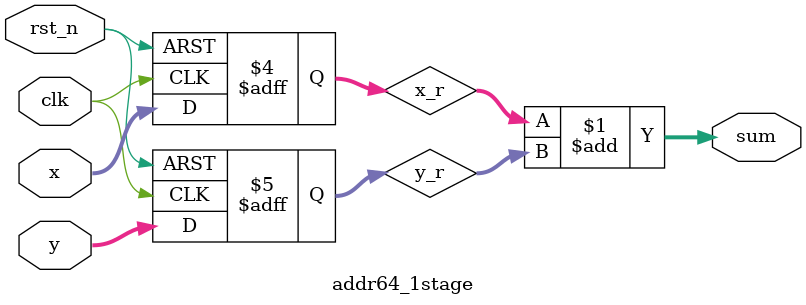
<source format=v>
module	addr64_1stage(
input	clk, rst_n,
input	[63 : 0]	x, y,
// output reg	[64 : 0]	sum
output [64 : 0]	sum
);

 

reg  [63:0]x_r,y_r;



parameter	ADD_WIDTH = 5'd16;

assign sum = x_r + y_r;


always @(posedge clk or negedge rst_n)	
begin
	if(!rst_n)	begin
		x_r <= 1'b0;
		y_r <= 1'b0;
	end
	else
	begin
		x_r <= x;
		y_r <= y;
		// sum <= x_r + y_r;
	end	//rst_n else
end	//always

endmodule
</source>
